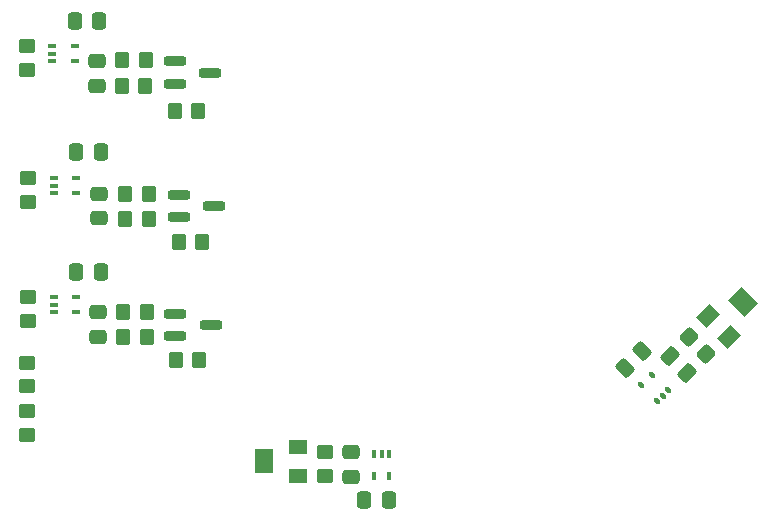
<source format=gbr>
%TF.GenerationSoftware,KiCad,Pcbnew,8.0.0-8.0.0-1~ubuntu20.04.1*%
%TF.CreationDate,2024-06-18T18:08:34-06:00*%
%TF.ProjectId,turbidometer,74757262-6964-46f6-9d65-7465722e6b69,rev?*%
%TF.SameCoordinates,Original*%
%TF.FileFunction,Paste,Top*%
%TF.FilePolarity,Positive*%
%FSLAX46Y46*%
G04 Gerber Fmt 4.6, Leading zero omitted, Abs format (unit mm)*
G04 Created by KiCad (PCBNEW 8.0.0-8.0.0-1~ubuntu20.04.1) date 2024-06-18 18:08:34*
%MOMM*%
%LPD*%
G01*
G04 APERTURE LIST*
G04 Aperture macros list*
%AMRoundRect*
0 Rectangle with rounded corners*
0 $1 Rounding radius*
0 $2 $3 $4 $5 $6 $7 $8 $9 X,Y pos of 4 corners*
0 Add a 4 corners polygon primitive as box body*
4,1,4,$2,$3,$4,$5,$6,$7,$8,$9,$2,$3,0*
0 Add four circle primitives for the rounded corners*
1,1,$1+$1,$2,$3*
1,1,$1+$1,$4,$5*
1,1,$1+$1,$6,$7*
1,1,$1+$1,$8,$9*
0 Add four rect primitives between the rounded corners*
20,1,$1+$1,$2,$3,$4,$5,0*
20,1,$1+$1,$4,$5,$6,$7,0*
20,1,$1+$1,$6,$7,$8,$9,0*
20,1,$1+$1,$8,$9,$2,$3,0*%
%AMRotRect*
0 Rectangle, with rotation*
0 The origin of the aperture is its center*
0 $1 length*
0 $2 width*
0 $3 Rotation angle, in degrees counterclockwise*
0 Add horizontal line*
21,1,$1,$2,0,0,$3*%
G04 Aperture macros list end*
%ADD10RoundRect,0.250000X-0.475000X0.337500X-0.475000X-0.337500X0.475000X-0.337500X0.475000X0.337500X0*%
%ADD11RoundRect,0.200000X-0.750000X-0.200000X0.750000X-0.200000X0.750000X0.200000X-0.750000X0.200000X0*%
%ADD12RoundRect,0.250000X-0.350000X-0.450000X0.350000X-0.450000X0.350000X0.450000X-0.350000X0.450000X0*%
%ADD13RoundRect,0.250000X0.450000X-0.350000X0.450000X0.350000X-0.450000X0.350000X-0.450000X-0.350000X0*%
%ADD14RoundRect,0.250000X0.337500X0.475000X-0.337500X0.475000X-0.337500X-0.475000X0.337500X-0.475000X0*%
%ADD15RoundRect,0.100000X-0.225000X-0.100000X0.225000X-0.100000X0.225000X0.100000X-0.225000X0.100000X0*%
%ADD16RoundRect,0.250000X-0.565685X-0.070711X-0.070711X-0.565685X0.565685X0.070711X0.070711X0.565685X0*%
%ADD17RoundRect,0.250000X-0.337500X-0.475000X0.337500X-0.475000X0.337500X0.475000X-0.337500X0.475000X0*%
%ADD18RoundRect,0.250000X-0.450000X0.350000X-0.450000X-0.350000X0.450000X-0.350000X0.450000X0.350000X0*%
%ADD19R,1.600000X1.300000*%
%ADD20R,1.600000X2.000000*%
%ADD21RoundRect,0.100000X-0.100000X0.225000X-0.100000X-0.225000X0.100000X-0.225000X0.100000X0.225000X0*%
%ADD22RoundRect,0.250000X0.350000X0.450000X-0.350000X0.450000X-0.350000X-0.450000X0.350000X-0.450000X0*%
%ADD23RoundRect,0.250000X0.574524X0.097227X0.097227X0.574524X-0.574524X-0.097227X-0.097227X-0.574524X0*%
%ADD24RoundRect,0.100000X0.229810X-0.088388X-0.088388X0.229810X-0.229810X0.088388X0.088388X-0.229810X0*%
%ADD25RoundRect,0.250000X0.097227X-0.574524X0.574524X-0.097227X-0.097227X0.574524X-0.574524X0.097227X0*%
%ADD26RotRect,1.300000X1.600000X135.000000*%
%ADD27RotRect,2.000000X1.600000X135.000000*%
G04 APERTURE END LIST*
D10*
%TO.C,C9*%
X164330000Y-113215000D03*
X164330000Y-115290000D03*
%TD*%
D11*
%TO.C,Q1*%
X149440000Y-80140000D03*
X149440000Y-82040000D03*
X152440000Y-81090000D03*
%TD*%
D12*
%TO.C,R8*%
X149760000Y-95420000D03*
X151760000Y-95420000D03*
%TD*%
D13*
%TO.C,R11*%
X162100000Y-115240000D03*
X162100000Y-113240000D03*
%TD*%
D14*
%TO.C,C5*%
X167530000Y-117280000D03*
X165455000Y-117280000D03*
%TD*%
D15*
%TO.C,U3*%
X139040000Y-78835000D03*
X139040000Y-79485000D03*
X139040000Y-80135000D03*
X140940000Y-80135000D03*
X140940000Y-78835000D03*
%TD*%
%TO.C,U7*%
X139180000Y-100100000D03*
X139180000Y-100750000D03*
X139180000Y-101400000D03*
X141080000Y-101400000D03*
X141080000Y-100100000D03*
%TD*%
D16*
%TO.C,R12*%
X192945793Y-103496490D03*
X194360007Y-104910704D03*
%TD*%
D17*
%TO.C,C14*%
X141095000Y-97990000D03*
X143170000Y-97990000D03*
%TD*%
D12*
%TO.C,R16*%
X149490000Y-105460000D03*
X151490000Y-105460000D03*
%TD*%
D17*
%TO.C,C2*%
X140940000Y-76710000D03*
X143015000Y-76710000D03*
%TD*%
D18*
%TO.C,R9*%
X136950000Y-105640000D03*
X136950000Y-107640000D03*
%TD*%
D19*
%TO.C,RV1*%
X159870000Y-115260000D03*
D20*
X156970000Y-114010000D03*
D19*
X159870000Y-112760000D03*
%TD*%
D11*
%TO.C,Q3*%
X149480000Y-101490000D03*
X149480000Y-103390000D03*
X152480000Y-102440000D03*
%TD*%
D21*
%TO.C,U5*%
X167600000Y-113360000D03*
X166950000Y-113360000D03*
X166300000Y-113360000D03*
X166300000Y-115260000D03*
X167600000Y-115260000D03*
%TD*%
D22*
%TO.C,R2*%
X146970000Y-80050000D03*
X144970000Y-80050000D03*
%TD*%
D18*
%TO.C,R13*%
X137012500Y-100102500D03*
X137012500Y-102102500D03*
%TD*%
D22*
%TO.C,R14*%
X147060000Y-101380000D03*
X145060000Y-101380000D03*
%TD*%
%TO.C,R7*%
X147220000Y-93470000D03*
X145220000Y-93470000D03*
%TD*%
%TO.C,R6*%
X147230000Y-91360000D03*
X145230000Y-91360000D03*
%TD*%
D10*
%TO.C,C8*%
X143040000Y-91355000D03*
X143040000Y-93430000D03*
%TD*%
%TO.C,C13*%
X142900000Y-101390000D03*
X142900000Y-103465000D03*
%TD*%
%TO.C,C7*%
X142840000Y-80145000D03*
X142840000Y-82220000D03*
%TD*%
D23*
%TO.C,C12*%
X192776087Y-106522907D03*
X191308841Y-105055661D03*
%TD*%
D18*
%TO.C,R10*%
X136950000Y-109750000D03*
X136950000Y-111750000D03*
%TD*%
D15*
%TO.C,U4*%
X139170000Y-90020000D03*
X139170000Y-90670000D03*
X139170000Y-91320000D03*
X141070000Y-91320000D03*
X141070000Y-90020000D03*
%TD*%
D24*
%TO.C,U6*%
X190280000Y-108920000D03*
X190739619Y-108460380D03*
X191199239Y-108000761D03*
X189855736Y-106657258D03*
X188936497Y-107576497D03*
%TD*%
D12*
%TO.C,R3*%
X149420000Y-84330000D03*
X151420000Y-84330000D03*
%TD*%
D25*
%TO.C,C6*%
X187500000Y-106100000D03*
X188967246Y-104632754D03*
%TD*%
D22*
%TO.C,R4*%
X146940000Y-82240000D03*
X144940000Y-82240000D03*
%TD*%
%TO.C,R15*%
X147050000Y-103490000D03*
X145050000Y-103490000D03*
%TD*%
D26*
%TO.C,RV2*%
X194586281Y-101672155D03*
D27*
X197520774Y-100505429D03*
D26*
X196354048Y-103439922D03*
%TD*%
D11*
%TO.C,Q2*%
X149777500Y-91450000D03*
X149777500Y-93350000D03*
X152777500Y-92400000D03*
%TD*%
D18*
%TO.C,R1*%
X136890000Y-78840000D03*
X136890000Y-80840000D03*
%TD*%
%TO.C,R5*%
X136960000Y-90050000D03*
X136960000Y-92050000D03*
%TD*%
D17*
%TO.C,C3*%
X141070000Y-87790000D03*
X143145000Y-87790000D03*
%TD*%
M02*

</source>
